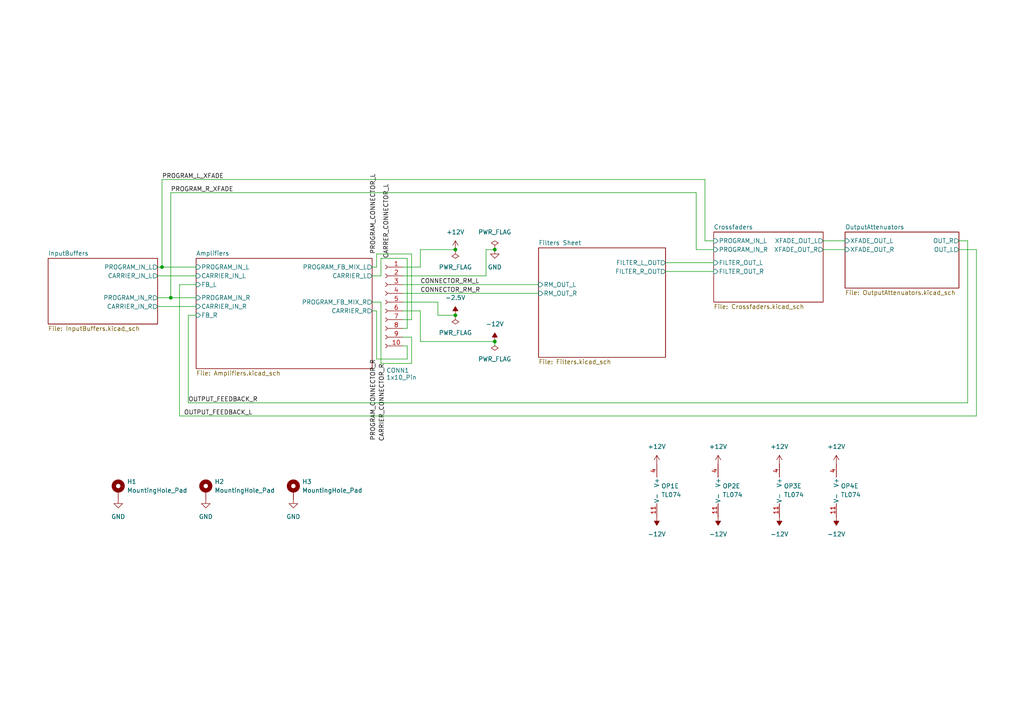
<source format=kicad_sch>
(kicad_sch (version 20250114) (generator "eeschema") (generator_version "9.0")
  (paper "A4")
  (lib_symbols
    (symbol "Amplifier_Operational:TL074" (pin_names (offset 0.127))
      (property "Reference" "U" (at 0 5.08 0))
      (property "Value" "TL074" (at 0 -5.08 0))
      (symbol "TL074_1_1"
        (polyline (pts (xy -5.08 5.08) (xy 5.08 0) (xy -5.08 -5.08) (xy -5.08 5.08)) (stroke (width 0.254)) (fill (type background)))
        (pin input line (at -7.62 2.54 0) (length 2.54) (name "+") (number "3"))
        (pin input line (at -7.62 -2.54 0) (length 2.54) (name "-") (number "2"))
        (pin output line (at 7.62 0 180) (length 2.54) (name "~") (number "1"))
      )
      (symbol "TL074_2_1"
        (polyline (pts (xy -5.08 5.08) (xy 5.08 0) (xy -5.08 -5.08) (xy -5.08 5.08)) (stroke (width 0.254)) (fill (type background)))
        (pin input line (at -7.62 2.54 0) (length 2.54) (name "+") (number "5"))
        (pin input line (at -7.62 -2.54 0) (length 2.54) (name "-") (number "6"))
        (pin output line (at 7.62 0 180) (length 2.54) (name "~") (number "7"))
      )
      (symbol "TL074_3_1"
        (polyline (pts (xy -5.08 5.08) (xy 5.08 0) (xy -5.08 -5.08) (xy -5.08 5.08)) (stroke (width 0.254)) (fill (type background)))
        (pin input line (at -7.62 2.54 0) (length 2.54) (name "+") (number "10"))
        (pin input line (at -7.62 -2.54 0) (length 2.54) (name "-") (number "9"))
        (pin output line (at 7.62 0 180) (length 2.54) (name "~") (number "8"))
      )
      (symbol "TL074_4_1"
        (polyline (pts (xy -5.08 5.08) (xy 5.08 0) (xy -5.08 -5.08) (xy -5.08 5.08)) (stroke (width 0.254)) (fill (type background)))
        (pin input line (at -7.62 2.54 0) (length 2.54) (name "+") (number "12"))
        (pin input line (at -7.62 -2.54 0) (length 2.54) (name "-") (number "13"))
        (pin output line (at 7.62 0 180) (length 2.54) (name "~") (number "14"))
      )
      (symbol "TL074_5_1"
        (pin power_in line (at -2.54 7.62 270) (length 3.81) (name "V+") (number "4"))
        (pin power_in line (at -2.54 -7.62 90) (length 3.81) (name "V-") (number "11"))
      )
    )
    (symbol "Connector:Conn_01x10_Socket" (pin_names (offset 1.016) (hide yes))
      (property "Reference" "J" (at 0 12.7 0))
      (property "Value" "Conn_01x10_Socket" (at 0 -15.24 0))
      (symbol "Conn_01x10_Socket_1_1"
        (polyline (pts (xy -1.27 10.16) (xy -0.508 10.16)) (stroke (width 0.1524)))
        (polyline (pts (xy -1.27 7.62) (xy -0.508 7.62)) (stroke (width 0.1524)))
        (polyline (pts (xy -1.27 5.08) (xy -0.508 5.08)) (stroke (width 0.1524)))
        (polyline (pts (xy -1.27 2.54) (xy -0.508 2.54)) (stroke (width 0.1524)))
        (polyline (pts (xy -1.27 0) (xy -0.508 0)) (stroke (width 0.1524)))
        (polyline (pts (xy -1.27 -2.54) (xy -0.508 -2.54)) (stroke (width 0.1524)))
        (polyline (pts (xy -1.27 -5.08) (xy -0.508 -5.08)) (stroke (width 0.1524)))
        (polyline (pts (xy -1.27 -7.62) (xy -0.508 -7.62)) (stroke (width 0.1524)))
        (polyline (pts (xy -1.27 -10.16) (xy -0.508 -10.16)) (stroke (width 0.1524)))
        (polyline (pts (xy -1.27 -12.7) (xy -0.508 -12.7)) (stroke (width 0.1524)))
        (arc (start 0 9.652) (mid -0.5058 10.16) (end 0 10.668) (stroke (width 0.1524)))
        (arc (start 0 7.112) (mid -0.5058 7.62) (end 0 8.128) (stroke (width 0.1524)))
        (arc (start 0 4.572) (mid -0.5058 5.08) (end 0 5.588) (stroke (width 0.1524)))
        (arc (start 0 2.032) (mid -0.5058 2.54) (end 0 3.048) (stroke (width 0.1524)))
        (arc (start 0 -0.508) (mid -0.5058 0) (end 0 0.508) (stroke (width 0.1524)))
        (arc (start 0 -3.048) (mid -0.5058 -2.54) (end 0 -2.032) (stroke (width 0.1524)))
        (arc (start 0 -5.588) (mid -0.5058 -5.08) (end 0 -4.572) (stroke (width 0.1524)))
        (arc (start 0 -8.128) (mid -0.5058 -7.62) (end 0 -7.112) (stroke (width 0.1524)))
        (arc (start 0 -10.668) (mid -0.5058 -10.16) (end 0 -9.652) (stroke (width 0.1524)))
        (arc (start 0 -13.208) (mid -0.5058 -12.7) (end 0 -12.192) (stroke (width 0.1524)))
        (pin passive line (at -5.08 10.16 0) (length 3.81) (name "Pin_1") (number "1"))
        (pin passive line (at -5.08 7.62 0) (length 3.81) (name "Pin_2") (number "2"))
        (pin passive line (at -5.08 5.08 0) (length 3.81) (name "Pin_3") (number "3"))
        (pin passive line (at -5.08 2.54 0) (length 3.81) (name "Pin_4") (number "4"))
        (pin passive line (at -5.08 0 0) (length 3.81) (name "Pin_5") (number "5"))
        (pin passive line (at -5.08 -2.54 0) (length 3.81) (name "Pin_6") (number "6"))
        (pin passive line (at -5.08 -5.08 0) (length 3.81) (name "Pin_7") (number "7"))
        (pin passive line (at -5.08 -7.62 0) (length 3.81) (name "Pin_8") (number "8"))
        (pin passive line (at -5.08 -10.16 0) (length 3.81) (name "Pin_9") (number "9"))
        (pin passive line (at -5.08 -12.7 0) (length 3.81) (name "Pin_10") (number "10"))
      )
    )
    (symbol "Mechanical:MountingHole_Pad" (pin_numbers (hide yes)) (pin_names (offset 1.016) (hide yes)) (in_bom no)
      (property "Reference" "H" (at 0 6.35 0))
      (property "Value" "MountingHole_Pad" (at 0 4.445 0))
      (symbol "MountingHole_Pad_0_1"
        (circle (center 0 1.27) (radius 1.27) (stroke (width 1.27)))
      )
      (symbol "MountingHole_Pad_1_1"
        (pin input line (at 0 -2.54 90) (length 2.54) (name "1") (number "1"))
      )
    )
    (symbol "power:+12V" (power) (pin_numbers (hide yes)) (pin_names (offset 0) (hide yes))
      (property "Value" "+12V" (at 0 3.556 0))
      (symbol "+12V_0_1"
        (polyline (pts (xy -0.762 1.27) (xy 0 2.54)))
        (polyline (pts (xy 0 2.54) (xy 0.762 1.27)))
        (polyline (pts (xy 0 0) (xy 0 2.54)))
      )
      (symbol "+12V_1_1"
        (pin power_in line (at 0 0 90) (length 0) (name "~") (number "1"))
      )
    )
    (symbol "power:-12V" (power) (pin_numbers (hide yes)) (pin_names (offset 0) (hide yes))
      (property "Value" "-12V" (at 0 3.556 0))
      (symbol "-12V_0_0"
        (pin power_in line (at 0 0 90) (length 0) (name "~") (number "1"))
      )
      (symbol "-12V_0_1"
        (polyline (pts (xy 0 0) (xy 0 1.27) (xy 0.762 1.27) (xy 0 2.54) (xy -0.762 1.27) (xy 0 1.27)) (fill (type outline)))
      )
    )
    (symbol "power:GND" (power) (pin_numbers (hide yes)) (pin_names (offset 0) (hide yes))
      (property "Value" "GND" (at 0 -3.81 0))
      (symbol "GND_0_1"
        (polyline (pts (xy 0 0) (xy 0 -1.27) (xy 1.27 -1.27) (xy 0 -2.54) (xy -1.27 -1.27) (xy 0 -1.27)))
      )
      (symbol "GND_1_1"
        (pin power_in line (at 0 0 270) (length 0) (name "~") (number "1"))
      )
    )
    (symbol "power:PWR_FLAG" (power) (pin_numbers (hide yes)) (pin_names (offset 0) (hide yes))
      (property "Value" "PWR_FLAG" (at 0 3.81 0))
      (symbol "PWR_FLAG_0_0"
        (pin power_out line (at 0 0 90) (length 0) (name "~") (number "1"))
      )
      (symbol "PWR_FLAG_0_1"
        (polyline (pts (xy 0 0) (xy 0 1.27) (xy -1.016 1.905) (xy 0 2.54) (xy 1.016 1.905) (xy 0 1.27)))
      )
    )
  )
  (junction (at 132.08 91.44))
  (junction (at 46.99 77.47))
  (junction (at 49.53 86.36))
  (junction (at 143.51 99.06))
  (junction (at 143.51 72.39))
  (junction (at 132.08 72.39))
  (wire (pts (xy 207.01 72.39) (xy 201.93 72.39)))
  (wire (pts (xy 118.11 104.14) (xy 118.11 100.33)))
  (wire (pts (xy 201.93 72.39) (xy 201.93 55.88)))
  (wire (pts (xy 118.11 74.93) (xy 118.11 95.25)))
  (wire (pts (xy 132.08 91.44) (xy 127 91.44)))
  (wire (pts (xy 127 91.44) (xy 127 87.63)))
  (wire (pts (xy 109.22 77.47) (xy 109.22 73.66)))
  (wire (pts (xy 46.99 52.07) (xy 46.99 77.47)))
  (wire (pts (xy 110.49 87.63) (xy 110.49 105.41)))
  (wire (pts (xy 140.97 72.39) (xy 140.97 80.01)))
  (wire (pts (xy 52.07 82.55) (xy 56.896 82.55)))
  (wire (pts (xy 121.92 99.06) (xy 143.51 99.06)))
  (wire (pts (xy 119.38 92.71) (xy 116.84 92.71)))
  (wire (pts (xy 204.47 52.07) (xy 46.99 52.07)))
  (wire (pts (xy 107.95 80.01) (xy 110.49 80.01)))
  (wire (pts (xy 110.49 105.41) (xy 119.38 105.41)))
  (wire (pts (xy 107.95 90.17) (xy 109.22 90.17)))
  (wire (pts (xy 45.72 80.01) (xy 56.896 80.01)))
  (wire (pts (xy 204.47 69.85) (xy 204.47 52.07)))
  (wire (pts (xy 143.51 72.39) (xy 140.97 72.39)))
  (wire (pts (xy 116.84 82.55) (xy 156.21 82.55)))
  (wire (pts (xy 45.72 88.9) (xy 56.896 88.9)))
  (wire (pts (xy 54.61 91.44) (xy 56.896 91.44)))
  (wire (pts (xy 119.38 73.66) (xy 119.38 92.71)))
  (wire (pts (xy 107.95 87.63) (xy 110.49 87.63)))
  (wire (pts (xy 207.01 69.85) (xy 204.47 69.85)))
  (wire (pts (xy 110.49 74.93) (xy 118.11 74.93)))
  (wire (pts (xy 107.95 77.47) (xy 109.22 77.47)))
  (wire (pts (xy 280.67 69.85) (xy 278.13 69.85)))
  (wire (pts (xy 201.93 55.88) (xy 49.53 55.88)))
  (wire (pts (xy 238.76 72.39) (xy 245.11 72.39)))
  (wire (pts (xy 109.22 73.66) (xy 119.38 73.66)))
  (wire (pts (xy 121.92 72.39) (xy 132.08 72.39)))
  (wire (pts (xy 116.84 85.09) (xy 156.21 85.09)))
  (wire (pts (xy 118.11 100.33) (xy 116.84 100.33)))
  (wire (pts (xy 46.99 77.47) (xy 56.896 77.47)))
  (wire (pts (xy 45.72 77.47) (xy 46.99 77.47)))
  (wire (pts (xy 119.38 97.79) (xy 116.84 97.79)))
  (wire (pts (xy 283.21 120.65) (xy 52.07 120.65)))
  (wire (pts (xy 119.38 105.41) (xy 119.38 97.79)))
  (wire (pts (xy 121.92 72.39) (xy 121.92 77.47)))
  (wire (pts (xy 110.49 80.01) (xy 110.49 74.93)))
  (wire (pts (xy 121.92 90.17) (xy 121.92 99.06)))
  (wire (pts (xy 49.53 86.36) (xy 56.896 86.36)))
  (wire (pts (xy 109.22 104.14) (xy 118.11 104.14)))
  (wire (pts (xy 118.11 95.25) (xy 116.84 95.25)))
  (wire (pts (xy 238.76 69.85) (xy 245.11 69.85)))
  (wire (pts (xy 54.61 116.84) (xy 54.61 91.44)))
  (wire (pts (xy 109.22 90.17) (xy 109.22 104.14)))
  (wire (pts (xy 52.07 120.65) (xy 52.07 82.55)))
  (wire (pts (xy 278.13 72.39) (xy 283.21 72.39)))
  (wire (pts (xy 143.51 99.06) (xy 143.51 100.33)))
  (wire (pts (xy 49.53 55.88) (xy 49.53 86.36)))
  (wire (pts (xy 283.21 72.39) (xy 283.21 120.65)))
  (wire (pts (xy 280.67 116.84) (xy 54.61 116.84)))
  (wire (pts (xy 193.04 76.2) (xy 207.01 76.2)))
  (wire (pts (xy 116.84 87.63) (xy 127 87.63)))
  (wire (pts (xy 116.84 77.47) (xy 121.92 77.47)))
  (wire (pts (xy 193.04 78.74) (xy 207.01 78.74)))
  (wire (pts (xy 116.84 80.01) (xy 140.97 80.01)))
  (wire (pts (xy 116.84 90.17) (xy 121.92 90.17)))
  (wire (pts (xy 45.72 86.36) (xy 49.53 86.36)))
  (wire (pts (xy 280.67 69.85) (xy 280.67 116.84)))
  (label "PROGRAM_L_XFADE" (at 46.99 52.07 0))
  (label "CONNECTOR_RM_L" (at 121.92 82.55 0))
  (label "CARRER_CONNECTOR_L" (at 113.03 74.93 90))
  (label "PROGRAM_CONNECTOR_L" (at 109.22 73.66 90))
  (label "CONNECTOR_RM_R" (at 121.92 85.09 0))
  (label "PROGRAM_R_XFADE" (at 49.53 55.88 0))
  (label "OUTPUT_FEEDBACK_L" (at 53.34 120.65 0))
  (label "OUTPUT_FEEDBACK_R" (at 54.61 116.84 0))
  (label "CARRIER_CONNECTOR_R" (at 111.76 105.41 270))
  (label "PROGRAM_CONNECTOR_R" (at 109.22 104.14 270))
  (symbol (lib_id "power:-12V") (at 226.06 149.86 180) (unit 1)
    (property "Reference" "#PWR010" (effects (hide yes)))
    (property "Value" "-12V" (at 226.06 154.94 0))
    (property "Description" "Power symbol creates a global label with name \"-12V\"" (effects (hide yes)))
  )
  (symbol (lib_id "power:GND") (at 59.69 144.78 0) (mirror y) (unit 1)
    (property "Reference" "#PWR047" (effects (hide yes)))
    (property "Value" "GND" (at 59.69 149.86 0))
    (property "Description" "Power symbol creates a global label with name \"GND\" , ground" (effects (hide yes)))
  )
  (symbol (lib_id "power:+12V") (at 132.08 72.39 0) (mirror y) (unit 1)
    (property "Reference" "#PWR03" (effects (hide yes)))
    (property "Value" "+12V" (at 132.08 67.31 0))
    (property "Description" "Power symbol creates a global label with name \"+12V\"" (effects (hide yes)))
  )
  (symbol (lib_id "Mechanical:MountingHole_Pad") (at 85.09 142.24 0) (unit 1) (in_bom no)
    (property "Reference" "H3" (at 87.63 139.6999 0) (effects (justify left)))
    (property "Value" "MountingHole_Pad" (at 87.63 142.2399 0) (effects (justify left)))
    (property "Footprint" "MountingHole:MountingHole_2.2mm_M2_Pad" (effects (hide yes)))
    (property "Description" "Mounting Hole with connection" (effects (hide yes)))
  )
  (symbol (lib_id "power:+12V") (at 208.28 134.62 0) (unit 1)
    (property "Reference" "#PWR07" (effects (hide yes)))
    (property "Value" "+12V" (at 208.28 129.54 0))
    (property "Description" "Power symbol creates a global label with name \"+12V\"" (effects (hide yes)))
  )
  (symbol (lib_id "Amplifier_Operational:TL074") (at 210.82 142.24 0) (unit 5)
    (property "Reference" "OP2" (at 209.55 140.9699 0) (effects (justify left)))
    (property "Value" "TL074" (at 209.55 143.5099 0) (effects (justify left)))
    (property "Footprint" "Package_SO:SOIC-14_3.9x8.7mm_P1.27mm" (effects (hide yes)))
    (property "Datasheet" "http://www.ti.com/lit/ds/symlink/tl071.pdf" (effects (hide yes)))
    (property "Description" "Quad Low-Noise JFET-Input Operational Amplifiers, DIP-14/SOIC-14" (effects (hide yes)))
    (property "Part Number" "TL074CDT" (effects (hide yes)))
    (property "Manufacturer" "STMicroelectronics" (effects (hide yes)))
    (property "LCSC" "C6963" (effects (hide yes)))
  )
  (symbol (lib_id "Amplifier_Operational:TL074") (at 228.6 142.24 0) (unit 5)
    (property "Reference" "OP3" (at 227.33 140.9699 0) (effects (justify left)))
    (property "Value" "TL074" (at 227.33 143.5099 0) (effects (justify left)))
    (property "Footprint" "Package_SO:SOIC-14_3.9x8.7mm_P1.27mm" (effects (hide yes)))
    (property "Datasheet" "http://www.ti.com/lit/ds/symlink/tl071.pdf" (effects (hide yes)))
    (property "Description" "Quad Low-Noise JFET-Input Operational Amplifiers, DIP-14/SOIC-14" (effects (hide yes)))
  )
  (symbol (lib_id "power:-12V") (at 242.57 149.86 180) (unit 1)
    (property "Reference" "#PWR012" (effects (hide yes)))
    (property "Value" "-12V" (at 242.57 154.94 0))
    (property "Description" "Power symbol creates a global label with name \"-12V\"" (effects (hide yes)))
  )
  (symbol (lib_id "power:PWR_FLAG") (at 143.51 99.06 0) (mirror x) (unit 1)
    (property "Reference" "#FLG02" (effects (hide yes)))
    (property "Value" "PWR_FLAG" (at 143.51 104.14 0))
    (property "Description" "Special symbol for telling ERC where power comes from" (effects (hide yes)))
  )
  (symbol (lib_id "Amplifier_Operational:TL074") (at 193.04 142.24 0) (unit 5)
    (property "Reference" "OP1" (at 191.77 140.9699 0) (effects (justify left)))
    (property "Value" "TL074" (at 191.77 143.5099 0) (effects (justify left)))
    (property "Footprint" "Package_SO:SOIC-14_3.9x8.7mm_P1.27mm" (effects (hide yes)))
    (property "Datasheet" "http://www.ti.com/lit/ds/symlink/tl071.pdf" (effects (hide yes)))
    (property "Description" "Quad Low-Noise JFET-Input Operational Amplifiers, DIP-14/SOIC-14" (effects (hide yes)))
  )
  (symbol (lib_id "power:GND") (at 34.29 144.78 0) (mirror y) (unit 1)
    (property "Reference" "#PWR048" (effects (hide yes)))
    (property "Value" "GND" (at 34.29 149.86 0))
    (property "Description" "Power symbol creates a global label with name \"GND\" , ground" (effects (hide yes)))
  )
  (symbol (lib_id "power:GND") (at 143.51 72.39 0) (mirror y) (unit 1)
    (property "Reference" "#PWR01" (effects (hide yes)))
    (property "Value" "GND" (at 143.51 77.47 0))
    (property "Description" "Power symbol creates a global label with name \"GND\" , ground" (effects (hide yes)))
  )
  (symbol (lib_id "power:-12V") (at 143.51 99.06 0) (mirror y) (unit 1)
    (property "Reference" "#PWR02" (effects (hide yes)))
    (property "Value" "-12V" (at 143.51 93.98 0))
    (property "Description" "Power symbol creates a global label with name \"-12V\"" (effects (hide yes)))
  )
  (symbol (lib_id "Amplifier_Operational:TL074") (at 245.11 142.24 0) (unit 5)
    (property "Reference" "OP4" (at 243.84 140.9699 0) (effects (justify left)))
    (property "Value" "TL074" (at 243.84 143.5099 0) (effects (justify left)))
    (property "Footprint" "Package_SO:SOIC-14_3.9x8.7mm_P1.27mm" (effects (hide yes)))
    (property "Datasheet" "http://www.ti.com/lit/ds/symlink/tl071.pdf" (effects (hide yes)))
    (property "Description" "Quad Low-Noise JFET-Input Operational Amplifiers, DIP-14/SOIC-14" (effects (hide yes)))
  )
  (symbol (lib_id "power:PWR_FLAG") (at 132.08 91.44 0) (mirror x) (unit 1)
    (property "Reference" "#FLG04" (effects (hide yes)))
    (property "Value" "PWR_FLAG" (at 132.08 96.52 0))
    (property "Description" "Special symbol for telling ERC where power comes from" (effects (hide yes)))
  )
  (symbol (lib_id "power:-12V") (at 132.08 91.44 0) (mirror y) (unit 1)
    (property "Reference" "#PWR04" (effects (hide yes)))
    (property "Value" "-2.5V" (at 132.08 86.36 0))
    (property "Description" "Power symbol creates a global label with name \"-12V\"" (effects (hide yes)))
  )
  (symbol (lib_id "Mechanical:MountingHole_Pad") (at 34.29 142.24 0) (unit 1) (in_bom no)
    (property "Reference" "H1" (at 36.83 139.6999 0) (effects (justify left)))
    (property "Value" "MountingHole_Pad" (at 36.83 142.2399 0) (effects (justify left)))
    (property "Footprint" "MountingHole:MountingHole_2.2mm_M2_Pad" (effects (hide yes)))
    (property "Description" "Mounting Hole with connection" (effects (hide yes)))
  )
  (symbol (lib_id "power:PWR_FLAG") (at 132.08 72.39 0) (mirror x) (unit 1)
    (property "Reference" "#FLG03" (effects (hide yes)))
    (property "Value" "PWR_FLAG" (at 132.08 77.47 0))
    (property "Description" "Special symbol for telling ERC where power comes from" (effects (hide yes)))
  )
  (symbol (lib_id "power:+12V") (at 190.5 134.62 0) (unit 1)
    (property "Reference" "#PWR05" (effects (hide yes)))
    (property "Value" "+12V" (at 190.5 129.54 0))
    (property "Description" "Power symbol creates a global label with name \"+12V\"" (effects (hide yes)))
  )
  (symbol (lib_id "power:+12V") (at 226.06 134.62 0) (unit 1)
    (property "Reference" "#PWR09" (effects (hide yes)))
    (property "Value" "+12V" (at 226.06 129.54 0))
    (property "Description" "Power symbol creates a global label with name \"+12V\"" (effects (hide yes)))
  )
  (symbol (lib_id "power:+12V") (at 242.57 134.62 0) (unit 1)
    (property "Reference" "#PWR011" (effects (hide yes)))
    (property "Value" "+12V" (at 242.57 129.54 0))
    (property "Description" "Power symbol creates a global label with name \"+12V\"" (effects (hide yes)))
  )
  (symbol (lib_id "power:GND") (at 85.09 144.78 0) (mirror y) (unit 1)
    (property "Reference" "#PWR053" (effects (hide yes)))
    (property "Value" "GND" (at 85.09 149.86 0))
    (property "Description" "Power symbol creates a global label with name \"GND\" , ground" (effects (hide yes)))
  )
  (symbol (lib_id "power:PWR_FLAG") (at 143.51 72.39 0) (mirror y) (unit 1)
    (property "Reference" "#FLG01" (effects (hide yes)))
    (property "Value" "PWR_FLAG" (at 143.51 67.31 0))
    (property "Description" "Special symbol for telling ERC where power comes from" (effects (hide yes)))
  )
  (symbol (lib_id "Connector:Conn_01x10_Socket") (at 111.76 87.63 0) (mirror y) (unit 1) (in_bom no)
    (property "Reference" "CONN1" (at 112.014 107.442 0) (effects (justify right)))
    (property "Value" "1x10_Pin" (at 112.014 109.474 0) (effects (justify right)))
    (property "Footprint" "Connector_PinHeader_2.54mm:PinHeader_1x10_P2.54mm_Vertical" (effects (hide yes)))
    (property "Description" "Generic connector, single row, 01x10, script generated" (effects (hide yes)))
  )
  (symbol (lib_id "power:-12V") (at 190.5 149.86 180) (unit 1)
    (property "Reference" "#PWR06" (effects (hide yes)))
    (property "Value" "-12V" (at 190.5 154.94 0))
    (property "Description" "Power symbol creates a global label with name \"-12V\"" (effects (hide yes)))
  )
  (symbol (lib_id "Mechanical:MountingHole_Pad") (at 59.69 142.24 0) (unit 1) (in_bom no)
    (property "Reference" "H2" (at 62.23 139.6999 0) (effects (justify left)))
    (property "Value" "MountingHole_Pad" (at 62.23 142.2399 0) (effects (justify left)))
    (property "Footprint" "MountingHole:MountingHole_2.2mm_M2_Pad" (effects (hide yes)))
    (property "Description" "Mounting Hole with connection" (effects (hide yes)))
  )
  (symbol (lib_id "power:-12V") (at 208.28 149.86 180) (unit 1)
    (property "Reference" "#PWR08" (effects (hide yes)))
    (property "Value" "-12V" (at 208.28 154.94 0))
    (property "Description" "Power symbol creates a global label with name \"-12V\"" (effects (hide yes)))
  )
  (sheet (at 13.97 74.93) (size 31.75 19.05) (stroke (width 0.1524))
    (property "Sheetname" "InputBuffers" (at 13.97 74.2184 0) (effects (justify left bottom)))
    (property "Sheetfile" "InputBuffers.kicad_sch" (at 13.97 94.5646 0) (effects (justify left top)))
    (pin "CARRIER_IN_L" output (at 45.72 80.01 0))
    (pin "CARRIER_IN_R" output (at 45.72 88.9 0))
    (pin "PROGRAM_IN_L" output (at 45.72 77.47 0))
    (pin "PROGRAM_IN_R" output (at 45.72 86.36 0))
  )
  (sheet (at 207.01 67.31) (size 31.75 20.32) (stroke (width 0.1524))
    (property "Sheetname" "Crossfaders" (at 207.01 66.5984 0) (effects (justify left bottom)))
    (property "Sheetfile" "Crossfaders.kicad_sch" (at 207.01 88.2146 0) (effects (justify left top)))
    (pin "FILTER_OUT_L" input (at 207.01 76.2 180))
    (pin "FILTER_OUT_R" input (at 207.01 78.74 180))
    (pin "PROGRAM_IN_L" input (at 207.01 69.85 180))
    (pin "PROGRAM_IN_R" input (at 207.01 72.39 180))
    (pin "XFADE_OUT_L" output (at 238.76 69.85 0))
    (pin "XFADE_OUT_R" output (at 238.76 72.39 0))
  )
  (sheet (at 245.11 67.31) (size 33.02 16.256) (stroke (width 0.1524))
    (property "Sheetname" "OutputAttenuators" (at 245.11 66.5984 0) (effects (justify left bottom)))
    (property "Sheetfile" "OutputAttenuators.kicad_sch" (at 245.11 84.1506 0) (effects (justify left top)))
    (pin "XFADE_OUT_L" input (at 245.11 69.85 180))
    (pin "XFADE_OUT_R" input (at 245.11 72.39 180))
    (pin "OUT_L" output (at 278.13 72.39 0))
    (pin "OUT_R" output (at 278.13 69.85 0))
  )
  (sheet (at 156.21 71.882) (size 36.83 31.75) (stroke (width 0.1524))
    (property "Sheetname" "Filters Sheet" (at 156.21 71.1704 0) (effects (justify left bottom)))
    (property "Sheetfile" "Filters.kicad_sch" (at 156.21 104.2166 0) (effects (justify left top)))
    (pin "FILTER_L_OUT" output (at 193.04 76.2 0))
    (pin "FILTER_R_OUT" output (at 193.04 78.74 0))
    (pin "RM_OUT_L" input (at 156.21 82.55 180))
    (pin "RM_OUT_R" input (at 156.21 85.09 180))
  )
  (sheet (at 56.896 74.93) (size 51.054 32.004) (stroke (width 0.1524))
    (property "Sheetname" "Amplifiers" (at 56.896 74.2184 0) (effects (justify left bottom)))
    (property "Sheetfile" "Amplifiers.kicad_sch" (at 56.896 107.5186 0) (effects (justify left top)))
    (pin "CARRIER_IN_L" input (at 56.896 80.01 180))
    (pin "CARRIER_IN_R" input (at 56.896 88.9 180))
    (pin "CARRIER_L" output (at 107.95 80.01 0))
    (pin "CARRIER_R" output (at 107.95 90.17 0))
    (pin "PROGRAM_IN_L" input (at 56.896 77.47 180))
    (pin "PROGRAM_IN_R" input (at 56.896 86.36 180))
    (pin "FB_L" input (at 56.896 82.55 180))
    (pin "FB_R" input (at 56.896 91.44 180))
    (pin "PROGRAM_FB_MIX_L" output (at 107.95 77.47 0))
    (pin "PROGRAM_FB_MIX_R" output (at 107.95 87.63 0))
  )
)
</source>
